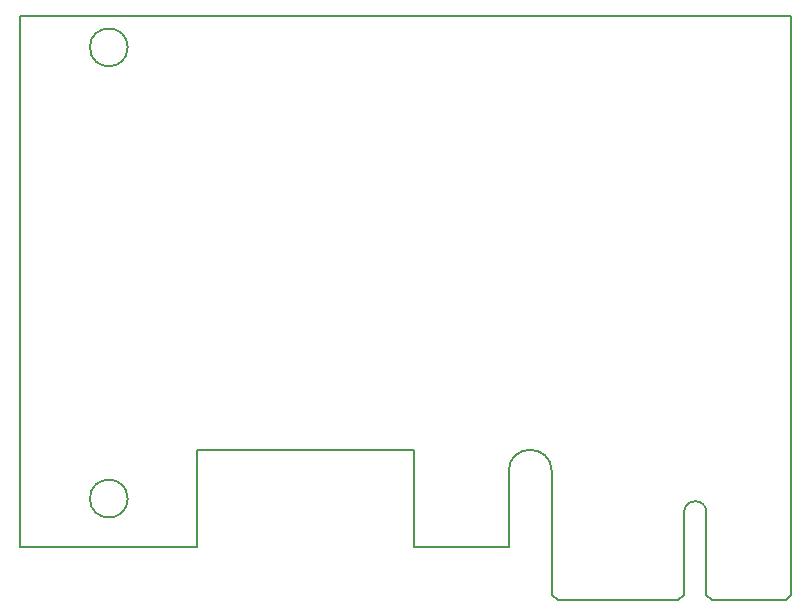
<source format=gm1>
G04 #@! TF.GenerationSoftware,KiCad,Pcbnew,6.0.9+dfsg-1*
G04 #@! TF.CreationDate,2023-01-25T21:24:40+01:00*
G04 #@! TF.ProjectId,siproslic,73697072-6f73-46c6-9963-2e6b69636164,rev?*
G04 #@! TF.SameCoordinates,Original*
G04 #@! TF.FileFunction,Profile,NP*
%FSLAX46Y46*%
G04 Gerber Fmt 4.6, Leading zero omitted, Abs format (unit mm)*
G04 Created by KiCad (PCBNEW 6.0.9+dfsg-1) date 2023-01-25 21:24:40*
%MOMM*%
%LPD*%
G01*
G04 APERTURE LIST*
G04 #@! TA.AperFunction,Profile*
%ADD10C,0.150000*%
G04 #@! TD*
G04 APERTURE END LIST*
D10*
X109975000Y-194125000D02*
X120175000Y-194125000D01*
X109475000Y-193625000D02*
X109975000Y-194125000D01*
X97825000Y-181375000D02*
X97825000Y-189625000D01*
X73575000Y-185500000D02*
G75*
G03*
X73575000Y-185500000I-1600000J0D01*
G01*
X129775000Y-144625000D02*
X64475000Y-144625000D01*
X122575000Y-186675000D02*
X122575000Y-193625000D01*
X109475000Y-183200000D02*
X109475000Y-193625000D01*
X122575000Y-193625000D02*
X123075000Y-194125000D01*
X79475000Y-189625000D02*
X79475000Y-181375000D01*
X73575000Y-147300000D02*
G75*
G03*
X73575000Y-147300000I-1600000J0D01*
G01*
X64475000Y-144625000D02*
X64475000Y-189625000D01*
X97825000Y-189625000D02*
X105825000Y-189625000D01*
X109475000Y-183200000D02*
G75*
G03*
X105825000Y-183200000I-1825000J0D01*
G01*
X122575000Y-186675000D02*
G75*
G03*
X120675000Y-186675000I-950000J0D01*
G01*
X64475000Y-189625000D02*
X79475000Y-189625000D01*
X129275000Y-194125000D02*
X123075000Y-194125000D01*
X120175000Y-194125000D02*
X120675000Y-193625000D01*
X129775000Y-193625000D02*
X129275000Y-194125000D01*
X105825000Y-189625000D02*
X105825000Y-183200000D01*
X129775000Y-144625000D02*
X129775000Y-193625000D01*
X79475000Y-181375000D02*
X97825000Y-181375000D01*
X120675000Y-193625000D02*
X120675000Y-186675000D01*
M02*

</source>
